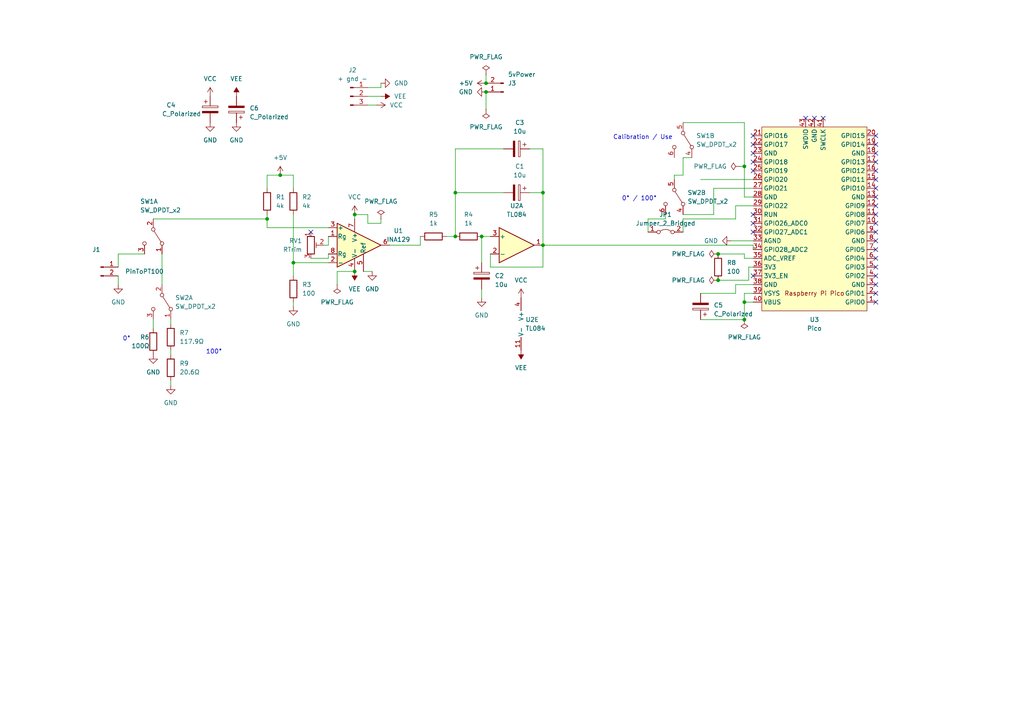
<source format=kicad_sch>
(kicad_sch (version 20230121) (generator eeschema)
  (paper "A4")
  (title_block (title "RTD Project") (date "2023-07-10") (rev "V1.0") (company "Diseño de sistemas eléctronicos ") (comment 1 "Guerrero Peña Juan Sebastian") (comment 2 "García Angarita Sebastián") (comment 3 "Valero García Laura Sofía") (comment 4 "Pineda Cardozo Juliana Lucía"))
  (lib_symbols
    (symbol "Amplifier_Instrumentation:INA129" (pin_names (offset 0.127))
      (property "Reference" "U" (at 3.81 3.175 0))
      (property "Value" "INA129" (at 3.81 -3.175 0))
      (symbol "INA129_0_1"
        (polyline (pts (xy 7.62 0) (xy -5.08 6.35) (xy -5.08 -6.35) (xy 7.62 0)) (stroke (width 0.254)) (fill (type background)))
      )
      (symbol "INA129_1_1"
        (pin passive line (at -7.62 2.54 0) (length 2.54) (name "Rg") (number "1"))
        (pin input line (at -7.62 -5.08 0) (length 2.54) (name "-") (number "2"))
        (pin input line (at -7.62 5.08 0) (length 2.54) (name "+") (number "3"))
        (pin power_in line (at 0 -7.62 90) (length 3.81) (name "V-") (number "4"))
        (pin input line (at 2.54 -7.62 90) (length 5.08) (name "Ref") (number "5"))
        (pin output line (at 10.16 0 180) (length 2.54) (name "~") (number "6"))
        (pin power_in line (at 0 7.62 270) (length 3.81) (name "V+") (number "7"))
        (pin passive line (at -7.62 -2.54 0) (length 2.54) (name "Rg") (number "8"))
      )
    )
    (symbol "Amplifier_Operational:TL084" (pin_names (offset 0.127))
      (property "Reference" "U" (at 0 5.08 0))
      (property "Value" "TL084" (at 0 -5.08 0))
      (symbol "TL084_1_1"
        (polyline (pts (xy -5.08 5.08) (xy 5.08 0) (xy -5.08 -5.08) (xy -5.08 5.08)) (stroke (width 0.254)) (fill (type background)))
        (pin output line (at 7.62 0 180) (length 2.54) (name "~") (number "1"))
        (pin input line (at -7.62 -2.54 0) (length 2.54) (name "-") (number "2"))
        (pin input line (at -7.62 2.54 0) (length 2.54) (name "+") (number "3"))
      )
      (symbol "TL084_2_1"
        (polyline (pts (xy -5.08 5.08) (xy 5.08 0) (xy -5.08 -5.08) (xy -5.08 5.08)) (stroke (width 0.254)) (fill (type background)))
        (pin input line (at -7.62 2.54 0) (length 2.54) (name "+") (number "5"))
        (pin input line (at -7.62 -2.54 0) (length 2.54) (name "-") (number "6"))
        (pin output line (at 7.62 0 180) (length 2.54) (name "~") (number "7"))
      )
      (symbol "TL084_3_1"
        (polyline (pts (xy -5.08 5.08) (xy 5.08 0) (xy -5.08 -5.08) (xy -5.08 5.08)) (stroke (width 0.254)) (fill (type background)))
        (pin input line (at -7.62 2.54 0) (length 2.54) (name "+") (number "10"))
        (pin output line (at 7.62 0 180) (length 2.54) (name "~") (number "8"))
        (pin input line (at -7.62 -2.54 0) (length 2.54) (name "-") (number "9"))
      )
      (symbol "TL084_4_1"
        (polyline (pts (xy -5.08 5.08) (xy 5.08 0) (xy -5.08 -5.08) (xy -5.08 5.08)) (stroke (width 0.254)) (fill (type background)))
        (pin input line (at -7.62 2.54 0) (length 2.54) (name "+") (number "12"))
        (pin input line (at -7.62 -2.54 0) (length 2.54) (name "-") (number "13"))
        (pin output line (at 7.62 0 180) (length 2.54) (name "~") (number "14"))
      )
      (symbol "TL084_5_1"
        (pin power_in line (at -2.54 -7.62 90) (length 3.81) (name "V-") (number "11"))
        (pin power_in line (at -2.54 7.62 270) (length 3.81) (name "V+") (number "4"))
      )
    )
    (symbol "Connector:Conn_01x02_Pin" (pin_names (offset 1.016) hide)
      (property "Reference" "J" (at 0 2.54 0))
      (property "Value" "Conn_01x02_Pin" (at 0 -5.08 0))
      (symbol "Conn_01x02_Pin_1_1"
        (polyline (pts (xy 1.27 -2.54) (xy 0.8636 -2.54)) (stroke (width 0.1524)))
        (polyline (pts (xy 1.27 0) (xy 0.8636 0)) (stroke (width 0.1524)))
        (rectangle (start 0.8636 -2.413) (end 0 -2.667) (stroke (width 0.1524)) (fill (type outline)))
        (rectangle (start 0.8636 0.127) (end 0 -0.127) (stroke (width 0.1524)) (fill (type outline)))
        (pin passive line (at 5.08 0 180) (length 3.81) (name "Pin_1") (number "1"))
        (pin passive line (at 5.08 -2.54 180) (length 3.81) (name "Pin_2") (number "2"))
      )
    )
    (symbol "Connector:Conn_01x03_Pin" (pin_names (offset 1.016) hide)
      (property "Reference" "J" (at 0 5.08 0))
      (property "Value" "Conn_01x03_Pin" (at 0 -5.08 0))
      (symbol "Conn_01x03_Pin_1_1"
        (polyline (pts (xy 1.27 -2.54) (xy 0.8636 -2.54)) (stroke (width 0.1524)))
        (polyline (pts (xy 1.27 0) (xy 0.8636 0)) (stroke (width 0.1524)))
        (polyline (pts (xy 1.27 2.54) (xy 0.8636 2.54)) (stroke (width 0.1524)))
        (rectangle (start 0.8636 -2.413) (end 0 -2.667) (stroke (width 0.1524)) (fill (type outline)))
        (rectangle (start 0.8636 0.127) (end 0 -0.127) (stroke (width 0.1524)) (fill (type outline)))
        (rectangle (start 0.8636 2.667) (end 0 2.413) (stroke (width 0.1524)) (fill (type outline)))
        (pin passive line (at 5.08 2.54 180) (length 3.81) (name "Pin_1") (number "1"))
        (pin passive line (at 5.08 0 180) (length 3.81) (name "Pin_2") (number "2"))
        (pin passive line (at 5.08 -2.54 180) (length 3.81) (name "Pin_3") (number "3"))
      )
    )
    (symbol "Device:C_Polarized" (pin_numbers hide) (pin_names (offset 0.254))
      (property "Reference" "C" (at 0.635 2.54 0))
      (property "Value" "C_Polarized" (at 0.635 -2.54 0))
      (symbol "C_Polarized_0_1"
        (rectangle (start -2.286 0.508) (end 2.286 1.016))
        (polyline (pts (xy -1.778 2.286) (xy -0.762 2.286)))
        (polyline (pts (xy -1.27 2.794) (xy -1.27 1.778)))
        (rectangle (start 2.286 -0.508) (end -2.286 -1.016) (fill (type outline)))
      )
      (symbol "C_Polarized_1_1"
        (pin passive line (at 0 3.81 270) (length 2.794) (name "~") (number "1"))
        (pin passive line (at 0 -3.81 90) (length 2.794) (name "~") (number "2"))
      )
    )
    (symbol "Device:R" (pin_numbers hide) (pin_names (offset 0))
      (property "Reference" "R" (at 2.032 0 90))
      (property "Value" "R" (at 0 0 90))
      (symbol "R_0_1"
        (rectangle (start -1.016 -2.54) (end 1.016 2.54) (stroke (width 0.254)))
      )
      (symbol "R_1_1"
        (pin passive line (at 0 3.81 270) (length 1.27) (name "~") (number "1"))
        (pin passive line (at 0 -3.81 90) (length 1.27) (name "~") (number "2"))
      )
    )
    (symbol "Device:R_Potentiometer_Trim" (pin_names (offset 1.016) hide)
      (property "Reference" "RV" (at -4.445 0 90))
      (property "Value" "R_Potentiometer_Trim" (at -2.54 0 90))
      (symbol "R_Potentiometer_Trim_0_1"
        (polyline (pts (xy 1.524 0.762) (xy 1.524 -0.762)))
        (polyline (pts (xy 2.54 0) (xy 1.524 0)))
        (rectangle (start 1.016 2.54) (end -1.016 -2.54) (stroke (width 0.254)))
      )
      (symbol "R_Potentiometer_Trim_1_1"
        (pin passive line (at 0 3.81 270) (length 1.27) (name "1") (number "1"))
        (pin passive line (at 3.81 0 180) (length 1.27) (name "2") (number "2"))
        (pin passive line (at 0 -3.81 90) (length 1.27) (name "3") (number "3"))
      )
    )
    (symbol "Jumper:Jumper_2_Bridged" (pin_names (offset 0) hide)
      (property "Reference" "JP" (at 0 1.905 0))
      (property "Value" "Jumper_2_Bridged" (at 0 -2.54 0))
      (symbol "Jumper_2_Bridged_0_0"
        (circle (center -2.032 0) (radius 0.508))
        (circle (center 2.032 0) (radius 0.508))
      )
      (symbol "Jumper_2_Bridged_0_1"
        (arc (start 1.524 0.254) (mid 0 0.762) (end -1.524 0.254))
      )
      (symbol "Jumper_2_Bridged_1_1"
        (pin passive line (at -5.08 0 0) (length 2.54) (name "A") (number "1"))
        (pin passive line (at 5.08 0 180) (length 2.54) (name "B") (number "2"))
      )
    )
    (symbol "MCU_RaspberryPi_and_Boards:Pico"
      (property "Reference" "U" (at -13.97 27.94 0))
      (property "Value" "Pico" (at 0 19.05 0))
      (symbol "Pico_0_0"
        (text "Raspberry Pi Pico" (at 0 21.59 0) (effects (font (size 1.27 1.27))))
      )
      (symbol "Pico_0_1"
        (rectangle (start -15.24 26.67) (end 15.24 -26.67) (fill (type background)))
      )
      (symbol "Pico_1_1"
        (pin bidirectional line (at -17.78 24.13 0) (length 2.54) (name "GPIO0") (number "1"))
        (pin bidirectional line (at -17.78 1.27 0) (length 2.54) (name "GPIO7") (number "10"))
        (pin bidirectional line (at -17.78 -1.27 0) (length 2.54) (name "GPIO8") (number "11"))
        (pin bidirectional line (at -17.78 -3.81 0) (length 2.54) (name "GPIO9") (number "12"))
        (pin power_in line (at -17.78 -6.35 0) (length 2.54) (name "GND") (number "13"))
        (pin bidirectional line (at -17.78 -8.89 0) (length 2.54) (name "GPIO10") (number "14"))
        (pin bidirectional line (at -17.78 -11.43 0) (length 2.54) (name "GPIO11") (number "15"))
        (pin bidirectional line (at -17.78 -13.97 0) (length 2.54) (name "GPIO12") (number "16"))
        (pin bidirectional line (at -17.78 -16.51 0) (length 2.54) (name "GPIO13") (number "17"))
        (pin power_in line (at -17.78 -19.05 0) (length 2.54) (name "GND") (number "18"))
        (pin bidirectional line (at -17.78 -21.59 0) (length 2.54) (name "GPIO14") (number "19"))
        (pin bidirectional line (at -17.78 21.59 0) (length 2.54) (name "GPIO1") (number "2"))
        (pin bidirectional line (at -17.78 -24.13 0) (length 2.54) (name "GPIO15") (number "20"))
        (pin bidirectional line (at 17.78 -24.13 180) (length 2.54) (name "GPIO16") (number "21"))
        (pin bidirectional line (at 17.78 -21.59 180) (length 2.54) (name "GPIO17") (number "22"))
        (pin power_in line (at 17.78 -19.05 180) (length 2.54) (name "GND") (number "23"))
        (pin bidirectional line (at 17.78 -16.51 180) (length 2.54) (name "GPIO18") (number "24"))
        (pin bidirectional line (at 17.78 -13.97 180) (length 2.54) (name "GPIO19") (number "25"))
        (pin bidirectional line (at 17.78 -11.43 180) (length 2.54) (name "GPIO20") (number "26"))
        (pin bidirectional line (at 17.78 -8.89 180) (length 2.54) (name "GPIO21") (number "27"))
        (pin power_in line (at 17.78 -6.35 180) (length 2.54) (name "GND") (number "28"))
        (pin bidirectional line (at 17.78 -3.81 180) (length 2.54) (name "GPIO22") (number "29"))
        (pin power_in line (at -17.78 19.05 0) (length 2.54) (name "GND") (number "3"))
        (pin input line (at 17.78 -1.27 180) (length 2.54) (name "RUN") (number "30"))
        (pin bidirectional line (at 17.78 1.27 180) (length 2.54) (name "GPIO26_ADC0") (number "31"))
        (pin bidirectional line (at 17.78 3.81 180) (length 2.54) (name "GPIO27_ADC1") (number "32"))
        (pin power_in line (at 17.78 6.35 180) (length 2.54) (name "AGND") (number "33"))
        (pin bidirectional line (at 17.78 8.89 180) (length 2.54) (name "GPIO28_ADC2") (number "34"))
        (pin power_in line (at 17.78 11.43 180) (length 2.54) (name "ADC_VREF") (number "35"))
        (pin power_in line (at 17.78 13.97 180) (length 2.54) (name "3V3") (number "36"))
        (pin input line (at 17.78 16.51 180) (length 2.54) (name "3V3_EN") (number "37"))
        (pin bidirectional line (at 17.78 19.05 180) (length 2.54) (name "GND") (number "38"))
        (pin power_in line (at 17.78 21.59 180) (length 2.54) (name "VSYS") (number "39"))
        (pin bidirectional line (at -17.78 16.51 0) (length 2.54) (name "GPIO2") (number "4"))
        (pin power_in line (at 17.78 24.13 180) (length 2.54) (name "VBUS") (number "40"))
        (pin input line (at -2.54 -29.21 90) (length 2.54) (name "SWCLK") (number "41"))
        (pin power_in line (at 0 -29.21 90) (length 2.54) (name "GND") (number "42"))
        (pin bidirectional line (at 2.54 -29.21 90) (length 2.54) (name "SWDIO") (number "43"))
        (pin bidirectional line (at -17.78 13.97 0) (length 2.54) (name "GPIO3") (number "5"))
        (pin bidirectional line (at -17.78 11.43 0) (length 2.54) (name "GPIO4") (number "6"))
        (pin bidirectional line (at -17.78 8.89 0) (length 2.54) (name "GPIO5") (number "7"))
        (pin power_in line (at -17.78 6.35 0) (length 2.54) (name "GND") (number "8"))
        (pin bidirectional line (at -17.78 3.81 0) (length 2.54) (name "GPIO6") (number "9"))
      )
    )
    (symbol "Switch:SW_DPDT_x2" (pin_names (offset 0) hide)
      (property "Reference" "SW" (at 0 4.318 0))
      (property "Value" "SW_DPDT_x2" (at 0 -5.08 0))
      (symbol "SW_DPDT_x2_0_0"
        (circle (center -2.032 0) (radius 0.508))
        (circle (center 2.032 -2.54) (radius 0.508))
      )
      (symbol "SW_DPDT_x2_0_1"
        (polyline (pts (xy -1.524 0.254) (xy 1.651 2.286)))
        (circle (center 2.032 2.54) (radius 0.508))
      )
      (symbol "SW_DPDT_x2_1_1"
        (pin passive line (at 5.08 2.54 180) (length 2.54) (name "A") (number "1"))
        (pin passive line (at -5.08 0 0) (length 2.54) (name "B") (number "2"))
        (pin passive line (at 5.08 -2.54 180) (length 2.54) (name "C") (number "3"))
      )
      (symbol "SW_DPDT_x2_2_1"
        (pin passive line (at 5.08 2.54 180) (length 2.54) (name "A") (number "4"))
        (pin passive line (at -5.08 0 0) (length 2.54) (name "B") (number "5"))
        (pin passive line (at 5.08 -2.54 180) (length 2.54) (name "C") (number "6"))
      )
    )
    (symbol "power:+5V" (power) (pin_names (offset 0))
      (property "Value" "+5V" (at 0 3.556 0))
      (symbol "+5V_0_1"
        (polyline (pts (xy -0.762 1.27) (xy 0 2.54)))
        (polyline (pts (xy 0 0) (xy 0 2.54)))
        (polyline (pts (xy 0 2.54) (xy 0.762 1.27)))
      )
      (symbol "+5V_1_1"
        (pin power_in line (at 0 0 90) (length 0) hide (name "+5V") (number "1"))
      )
    )
    (symbol "power:GND" (power) (pin_names (offset 0))
      (property "Value" "GND" (at 0 -3.81 0))
      (symbol "GND_0_1"
        (polyline (pts (xy 0 0) (xy 0 -1.27) (xy 1.27 -1.27) (xy 0 -2.54) (xy -1.27 -1.27) (xy 0 -1.27)))
      )
      (symbol "GND_1_1"
        (pin power_in line (at 0 0 270) (length 0) hide (name "GND") (number "1"))
      )
    )
    (symbol "power:PWR_FLAG" (power) (pin_numbers hide) (pin_names (offset 0) hide)
      (property "Value" "PWR_FLAG" (at 0 3.81 0))
      (symbol "PWR_FLAG_0_0"
        (pin power_out line (at 0 0 90) (length 0) (name "pwr") (number "1"))
      )
      (symbol "PWR_FLAG_0_1"
        (polyline (pts (xy 0 0) (xy 0 1.27) (xy -1.016 1.905) (xy 0 2.54) (xy 1.016 1.905) (xy 0 1.27)))
      )
    )
    (symbol "power:VCC" (power) (pin_names (offset 0))
      (property "Value" "VCC" (at 0 3.81 0))
      (symbol "VCC_0_1"
        (polyline (pts (xy -0.762 1.27) (xy 0 2.54)))
        (polyline (pts (xy 0 0) (xy 0 2.54)))
        (polyline (pts (xy 0 2.54) (xy 0.762 1.27)))
      )
      (symbol "VCC_1_1"
        (pin power_in line (at 0 0 90) (length 0) hide (name "VCC") (number "1"))
      )
    )
    (symbol "power:VEE" (power) (pin_names (offset 0))
      (property "Value" "VEE" (at 0 3.81 0))
      (symbol "VEE_0_1"
        (polyline (pts (xy 0 0) (xy 0 2.54)))
        (polyline (pts (xy 0.762 1.27) (xy -0.762 1.27) (xy 0 2.54) (xy 0.762 1.27)) (fill (type outline)))
      )
      (symbol "VEE_1_1"
        (pin power_in line (at 0 0 90) (length 0) hide (name "VEE") (number "1"))
      )
    )
  )
  (junction (at 132.08 68.58))
  (junction (at 140.97 26.67))
  (junction (at 157.48 55.88))
  (junction (at 81.28 50.8))
  (junction (at 215.9 48.26))
  (junction (at 140.97 24.13))
  (junction (at 102.87 78.74))
  (junction (at 215.9 92.71))
  (junction (at 208.28 81.28))
  (junction (at 215.9 87.63))
  (junction (at 132.08 55.88))
  (junction (at 208.28 73.66))
  (junction (at 139.7 68.58))
  (junction (at 102.87 62.23))
  (junction (at 85.09 76.2))
  (junction (at 157.48 71.12))
  (junction (at 77.47 63.5))
  (no_connect (at 254 64.77))
  (no_connect (at 254 67.31))
  (no_connect (at 254 41.91))
  (no_connect (at 254 57.15))
  (no_connect (at 218.44 46.99))
  (no_connect (at 218.44 62.23))
  (no_connect (at 254 87.63))
  (no_connect (at 254 62.23))
  (no_connect (at 254 85.09))
  (no_connect (at 254 59.69))
  (no_connect (at 254 46.99))
  (no_connect (at 254 54.61))
  (no_connect (at 236.22 34.29))
  (no_connect (at 233.68 34.29))
  (no_connect (at 90.17 67.31))
  (no_connect (at 218.44 41.91))
  (no_connect (at 218.44 49.53))
  (no_connect (at 254 52.07))
  (no_connect (at 254 74.93))
  (no_connect (at 254 77.47))
  (no_connect (at 254 82.55))
  (no_connect (at 218.44 80.01))
  (no_connect (at 218.44 39.37))
  (no_connect (at 218.44 64.77))
  (no_connect (at 254 39.37))
  (no_connect (at 218.44 67.31))
  (no_connect (at 254 69.85))
  (no_connect (at 254 49.53))
  (no_connect (at 254 80.01))
  (no_connect (at 238.76 34.29))
  (no_connect (at 254 44.45))
  (no_connect (at 218.44 44.45))
  (no_connect (at 254 72.39))
  (wire (pts (xy 105.41 78.74) (xy 107.95 78.74)))
  (wire (pts (xy 218.44 57.15) (xy 215.9 57.15)))
  (wire (pts (xy 217.17 77.47) (xy 218.44 77.47)))
  (wire (pts (xy 85.09 54.61) (xy 85.09 50.8)))
  (wire (pts (xy 139.7 68.58) (xy 139.7 76.2)))
  (wire (pts (xy 215.9 85.09) (xy 218.44 85.09)))
  (wire (pts (xy 157.48 71.12) (xy 157.48 77.47)))
  (wire (pts (xy 153.67 55.88) (xy 157.48 55.88)))
  (wire (pts (xy 195.58 52.07) (xy 195.58 50.8)))
  (wire (pts (xy 215.9 74.93) (xy 218.44 74.93)))
  (wire (pts (xy 97.79 82.55) (xy 97.79 78.74)))
  (wire (pts (xy 110.49 25.4) (xy 110.49 24.13)))
  (wire (pts (xy 77.47 54.61) (xy 77.47 50.8)))
  (wire (pts (xy 157.48 43.18) (xy 157.48 55.88)))
  (wire (pts (xy 110.49 64.77) (xy 106.68 64.77)))
  (wire (pts (xy 132.08 43.18) (xy 132.08 55.88)))
  (wire (pts (xy 157.48 71.12) (xy 157.48 55.88)))
  (wire (pts (xy 110.49 64.77) (xy 110.49 63.5)))
  (wire (pts (xy 213.36 85.09) (xy 213.36 82.55)))
  (wire (pts (xy 95.25 74.93) (xy 95.25 73.66)))
  (wire (pts (xy 95.25 71.12) (xy 95.25 68.58)))
  (wire (pts (xy 106.68 62.23) (xy 102.87 62.23)))
  (wire (pts (xy 49.53 101.6) (xy 49.53 102.87)))
  (wire (pts (xy 140.97 26.67) (xy 140.97 31.75)))
  (wire (pts (xy 215.9 87.63) (xy 215.9 92.71)))
  (wire (pts (xy 195.58 50.8) (xy 198.12 50.8)))
  (wire (pts (xy 44.45 92.71) (xy 44.45 95.25)))
  (wire (pts (xy 198.12 62.23) (xy 207.01 62.23)))
  (wire (pts (xy 49.53 110.49) (xy 49.53 111.76)))
  (wire (pts (xy 193.04 63.5) (xy 187.96 63.5)))
  (wire (pts (xy 203.2 52.07) (xy 218.44 52.07)))
  (wire (pts (xy 198.12 67.31) (xy 198.12 63.5)))
  (wire (pts (xy 85.09 50.8) (xy 81.28 50.8)))
  (wire (pts (xy 34.29 73.66) (xy 41.91 73.66)))
  (wire (pts (xy 193.04 62.23) (xy 193.04 63.5)))
  (wire (pts (xy 215.9 35.56) (xy 198.12 35.56)))
  (wire (pts (xy 212.09 69.85) (xy 218.44 69.85)))
  (wire (pts (xy 85.09 76.2) (xy 85.09 80.01)))
  (wire (pts (xy 34.29 80.01) (xy 34.29 82.55)))
  (wire (pts (xy 106.68 27.94) (xy 110.49 27.94)))
  (wire (pts (xy 77.47 50.8) (xy 81.28 50.8)))
  (wire (pts (xy 187.96 63.5) (xy 187.96 67.31)))
  (wire (pts (xy 198.12 63.5) (xy 213.36 63.5)))
  (wire (pts (xy 46.99 73.66) (xy 46.99 82.55)))
  (wire (pts (xy 203.2 92.71) (xy 215.9 92.71)))
  (wire (pts (xy 198.12 50.8) (xy 198.12 45.72)))
  (wire (pts (xy 132.08 55.88) (xy 146.05 55.88)))
  (wire (pts (xy 215.9 87.63) (xy 218.44 87.63)))
  (wire (pts (xy 142.24 77.47) (xy 157.48 77.47)))
  (wire (pts (xy 207.01 54.61) (xy 218.44 54.61)))
  (wire (pts (xy 217.17 81.28) (xy 217.17 77.47)))
  (wire (pts (xy 106.68 64.77) (xy 106.68 62.23)))
  (wire (pts (xy 44.45 63.5) (xy 77.47 63.5)))
  (wire (pts (xy 214.63 48.26) (xy 215.9 48.26)))
  (wire (pts (xy 208.28 81.28) (xy 217.17 81.28)))
  (wire (pts (xy 146.05 43.18) (xy 132.08 43.18)))
  (wire (pts (xy 77.47 63.5) (xy 77.47 66.04)))
  (wire (pts (xy 218.44 71.12) (xy 218.44 72.39)))
  (wire (pts (xy 215.9 57.15) (xy 215.9 48.26)))
  (wire (pts (xy 208.28 73.66) (xy 215.9 73.66)))
  (wire (pts (xy 139.7 83.82) (xy 139.7 86.36)))
  (wire (pts (xy 132.08 55.88) (xy 132.08 68.58)))
  (wire (pts (xy 153.67 43.18) (xy 157.48 43.18)))
  (wire (pts (xy 106.68 25.4) (xy 110.49 25.4)))
  (wire (pts (xy 215.9 48.26) (xy 215.9 35.56)))
  (wire (pts (xy 213.36 82.55) (xy 218.44 82.55)))
  (wire (pts (xy 113.03 71.12) (xy 121.92 71.12)))
  (wire (pts (xy 97.79 78.74) (xy 102.87 78.74)))
  (wire (pts (xy 198.12 45.72) (xy 200.66 45.72)))
  (wire (pts (xy 85.09 87.63) (xy 85.09 88.9)))
  (wire (pts (xy 142.24 73.66) (xy 142.24 77.47)))
  (wire (pts (xy 157.48 71.12) (xy 218.44 71.12)))
  (wire (pts (xy 93.98 71.12) (xy 95.25 71.12)))
  (wire (pts (xy 121.92 71.12) (xy 121.92 68.58)))
  (wire (pts (xy 213.36 59.69) (xy 218.44 59.69)))
  (wire (pts (xy 215.9 85.09) (xy 215.9 87.63)))
  (wire (pts (xy 215.9 73.66) (xy 215.9 74.93)))
  (wire (pts (xy 207.01 62.23) (xy 207.01 54.61)))
  (wire (pts (xy 129.54 68.58) (xy 132.08 68.58)))
  (wire (pts (xy 85.09 62.23) (xy 85.09 76.2)))
  (wire (pts (xy 213.36 63.5) (xy 213.36 59.69)))
  (wire (pts (xy 139.7 68.58) (xy 142.24 68.58)))
  (wire (pts (xy 49.53 92.71) (xy 49.53 93.98)))
  (wire (pts (xy 95.25 66.04) (xy 77.47 66.04)))
  (wire (pts (xy 203.2 85.09) (xy 213.36 85.09)))
  (wire (pts (xy 85.09 76.2) (xy 95.25 76.2)))
  (wire (pts (xy 90.17 74.93) (xy 95.25 74.93)))
  (wire (pts (xy 77.47 62.23) (xy 77.47 63.5)))
  (wire (pts (xy 102.87 62.23) (xy 102.87 63.5)))
  (wire (pts (xy 140.97 21.59) (xy 140.97 24.13)))
  (wire (pts (xy 34.29 73.66) (xy 34.29 77.47)))
  (wire (pts (xy 106.68 30.48) (xy 109.22 30.48)))
  (text "0° / 100°" (at 180.34 58.42 0) (effects (font (size 1.27 1.27)) (justify left bottom)))
  (text "100°\n" (at 59.69 102.87 0) (effects (font (size 1.27 1.27)) (justify left bottom)))
  (text "0°" (at 35.56 99.06 0) (effects (font (size 1.27 1.27)) (justify left bottom)))
  (text "Calibration / Use" (at 177.8 40.64 0) (effects (font (size 1.27 1.27)) (justify left bottom)))
  (symbol (lib_id "power:GND") (at 68.58 35.56 0) (unit 1)
    (property "Reference" "#PWR016" (effects hide))
    (property "Value" "GND" (at 68.58 40.64 0))
  )
  (symbol (lib_id "power:GND") (at 139.7 86.36 0) (unit 1)
    (property "Reference" "#PWR01" (effects hide))
    (property "Value" "GND" (at 139.7 91.44 0))
  )
  (symbol (lib_id "Device:C_Polarized") (at 149.86 43.18 270) (unit 1)
    (property "Reference" "C3" (at 150.749 35.56 90))
    (property "Value" "10u" (at 150.749 38.1 90))
    (property "Footprint" "Capacitor_THT:CP_Radial_D5.0mm_P2.50mm" (effects hide))
  )
  (symbol (lib_id "power:GND") (at 85.09 88.9 0) (unit 1)
    (property "Reference" "#PWR08" (effects hide))
    (property "Value" "GND" (at 85.09 93.98 0))
  )
  (symbol (lib_id "Device:R") (at 44.45 99.06 0) (unit 1)
    (property "Reference" "R6" (at 40.64 97.79 0) (effects (justify left)))
    (property "Value" "100Ω" (at 38.1 100.33 0) (effects (justify left)))
    (property "Footprint" "Resistor_THT:R_Axial_DIN0411_L9.9mm_D3.6mm_P12.70mm_Horizontal" (effects hide))
  )
  (symbol (lib_id "power:GND") (at 110.49 24.13 90) (unit 1)
    (property "Reference" "#PWR018" (effects hide))
    (property "Value" "GND" (at 114.3 24.13 90) (effects (justify right)))
  )
  (symbol (lib_id "Connector:Conn_01x02_Pin") (at 29.21 77.47 0) (unit 1)
    (property "Reference" "J1" (at 27.94 72.39 0))
    (property "Value" "PinToPT100" (at 41.91 78.74 0))
    (property "Footprint" "MyLibrary:TerminalBlock_bornier-2_P5.08mm" (effects hide))
  )
  (symbol (lib_id "Amplifier_Instrumentation:INA129") (at 102.87 71.12 0) (unit 1)
    (property "Reference" "U1" (at 115.57 66.9291 0))
    (property "Value" "INA129" (at 115.57 69.4691 0))
    (property "Footprint" "INA128P:DIP254P762X508-8" (effects hide))
    (property "Datasheet" "http://www.ti.com/lit/ds/symlink/ina128.pdf" (effects hide))
  )
  (symbol (lib_id "Amplifier_Operational:TL084") (at 149.86 71.12 0) (unit 1)
    (property "Reference" "U2" (at 149.86 59.69 0))
    (property "Value" "TL084" (at 149.86 62.23 0))
    (property "Footprint" "TL084IN:DIP794W45P254L1969H508Q14" (effects hide))
    (property "Datasheet" "http://www.ti.com/lit/ds/symlink/tl081.pdf" (effects hide))
  )
  (symbol (lib_id "power:GND") (at 60.96 35.56 0) (unit 1)
    (property "Reference" "#PWR017" (effects hide))
    (property "Value" "GND" (at 60.96 40.64 0))
  )
  (symbol (lib_id "power:GND") (at 212.09 69.85 270) (unit 1)
    (property "Reference" "#PWR014" (effects hide))
    (property "Value" "GND" (at 208.28 69.85 90) (effects (justify right)))
  )
  (symbol (lib_id "power:PWR_FLAG") (at 140.97 31.75 180) (unit 1)
    (property "Reference" "#FLG06" (effects hide))
    (property "Value" "PWR_FLAG" (at 140.97 36.83 0))
  )
  (symbol (lib_id "Switch:SW_DPDT_x2") (at 198.12 40.64 270) (unit 2)
    (property "Reference" "SW1" (at 201.93 39.37 90) (effects (justify left)))
    (property "Value" "SW_DPDT_x2" (at 201.93 41.91 90) (effects (justify left)))
    (property "Footprint" "MyLibrary:DIP-Switch-2P2T" (effects hide))
  )
  (symbol (lib_id "power:VEE") (at 68.58 27.94 0) (unit 1)
    (property "Reference" "#PWR015" (effects hide))
    (property "Value" "VEE" (at 68.58 22.86 0))
  )
  (symbol (lib_id "power:+5V") (at 140.97 24.13 90) (unit 1)
    (property "Reference" "#PWR020" (effects hide))
    (property "Value" "+5V" (at 137.16 24.13 90) (effects (justify left)))
  )
  (symbol (lib_id "Switch:SW_DPDT_x2") (at 44.45 68.58 270) (unit 1)
    (property "Reference" "SW1" (at 40.64 58.42 90) (effects (justify left)))
    (property "Value" "SW_DPDT_x2" (at 40.64 60.96 90) (effects (justify left)))
    (property "Footprint" "MyLibrary:DIP-Switch-2P2T" (effects hide))
  )
  (symbol (lib_id "Switch:SW_DPDT_x2") (at 46.99 87.63 270) (unit 1)
    (property "Reference" "SW2" (at 50.8 86.36 90) (effects (justify left)))
    (property "Value" "SW_DPDT_x2" (at 50.8 88.9 90) (effects (justify left)))
    (property "Footprint" "MyLibrary:DIP-Switch-2P2T" (effects hide))
  )
  (symbol (lib_id "Device:R") (at 135.89 68.58 90) (unit 1)
    (property "Reference" "R4" (at 135.89 62.23 90))
    (property "Value" "1k" (at 135.89 64.77 90))
    (property "Footprint" "Resistor_THT:R_Axial_DIN0411_L9.9mm_D3.6mm_P12.70mm_Horizontal" (effects hide))
  )
  (symbol (lib_id "power:PWR_FLAG") (at 140.97 21.59 0) (unit 1)
    (property "Reference" "#FLG01" (effects hide))
    (property "Value" "PWR_FLAG" (at 140.97 16.51 0))
  )
  (symbol (lib_id "power:PWR_FLAG") (at 97.79 82.55 180) (unit 1)
    (property "Reference" "#FLG03" (effects hide))
    (property "Value" "PWR_FLAG" (at 97.79 87.63 0))
  )
  (symbol (lib_id "Jumper:Jumper_2_Bridged") (at 193.04 67.31 0) (unit 1)
    (property "Reference" "JP1" (at 193.04 62.23 0))
    (property "Value" "Jumper_2_Bridged" (at 193.04 64.77 0))
    (property "Footprint" "MyLibrary:jumper-wire_8mm" (effects hide))
  )
  (symbol (lib_id "Device:R") (at 85.09 58.42 0) (unit 1)
    (property "Reference" "R2" (at 87.63 57.15 0) (effects (justify left)))
    (property "Value" "4k" (at 87.63 59.69 0) (effects (justify left)))
    (property "Footprint" "Resistor_THT:R_Axial_DIN0411_L9.9mm_D3.6mm_P12.70mm_Horizontal" (effects hide))
  )
  (symbol (lib_id "power:VEE") (at 151.13 101.6 180) (unit 1)
    (property "Reference" "#PWR03" (effects hide))
    (property "Value" "VEE" (at 151.13 106.68 0))
  )
  (symbol (lib_id "power:GND") (at 34.29 82.55 0) (unit 1)
    (property "Reference" "#PWR09" (effects hide))
    (property "Value" "GND" (at 34.29 87.63 0))
  )
  (symbol (lib_id "Connector:Conn_01x03_Pin") (at 101.6 27.94 0) (unit 1)
    (property "Reference" "J2" (at 102.235 20.32 0))
    (property "Value" "+ gnd -" (at 102.235 22.86 0))
    (property "Footprint" "TerminalBlock:TerminalBlock_bornier-3_P5.08mm" (effects hide))
  )
  (symbol (lib_id "power:PWR_FLAG") (at 214.63 48.26 90) (unit 1)
    (property "Reference" "#FLG05" (effects hide))
    (property "Value" "PWR_FLAG" (at 210.82 48.26 90) (effects (justify left)))
  )
  (symbol (lib_id "power:+5V") (at 81.28 50.8 0) (unit 1)
    (property "Reference" "#PWR07" (effects hide))
    (property "Value" "+5V" (at 81.28 45.72 0))
  )
  (symbol (lib_id "power:GND") (at 44.45 102.87 0) (unit 1)
    (property "Reference" "#PWR010" (effects hide))
    (property "Value" "GND" (at 44.45 107.95 0))
  )
  (symbol (lib_id "power:VCC") (at 60.96 27.94 0) (unit 1)
    (property "Reference" "#PWR012" (effects hide))
    (property "Value" "VCC" (at 60.96 22.86 0))
  )
  (symbol (lib_id "Connector:Conn_01x02_Pin") (at 146.05 26.67 180) (unit 1)
    (property "Reference" "J3" (at 147.32 24.13 0) (effects (justify right)))
    (property "Value" "5vPower" (at 147.32 21.59 0) (effects (justify right)))
    (property "Footprint" "MyLibrary:TerminalBlock_bornier-2_P5.08mm" (effects hide))
  )
  (symbol (lib_id "Device:R_Potentiometer_Trim") (at 90.17 71.12 0) (unit 1)
    (property "Reference" "RV1" (at 87.63 69.85 0) (effects (justify right)))
    (property "Value" "RTrim" (at 87.63 72.39 0) (effects (justify right)))
    (property "Footprint" "Potentiometer_THT:Potentiometer_Bourns_3386C_Horizontal" (effects hide))
  )
  (symbol (lib_id "power:GND") (at 140.97 26.67 270) (unit 1)
    (property "Reference" "#PWR021" (effects hide))
    (property "Value" "GND" (at 137.16 26.67 90) (effects (justify right)))
  )
  (symbol (lib_id "Device:R") (at 77.47 58.42 0) (unit 1)
    (property "Reference" "R1" (at 80.01 57.15 0) (effects (justify left)))
    (property "Value" "4k" (at 80.01 59.69 0) (effects (justify left)))
    (property "Footprint" "Resistor_THT:R_Axial_DIN0411_L9.9mm_D3.6mm_P12.70mm_Horizontal" (effects hide))
  )
  (symbol (lib_id "Device:R") (at 208.28 77.47 0) (unit 1)
    (property "Reference" "R8" (at 210.82 76.2 0) (effects (justify left)))
    (property "Value" "100" (at 210.82 78.74 0) (effects (justify left)))
    (property "Footprint" "Resistor_THT:R_Axial_DIN0309_L9.0mm_D3.2mm_P2.54mm_Vertical" (effects hide))
  )
  (symbol (lib_id "power:PWR_FLAG") (at 208.28 73.66 90) (unit 1)
    (property "Reference" "#FLG07" (effects hide))
    (property "Value" "PWR_FLAG" (at 204.47 73.66 90) (effects (justify left)))
  )
  (symbol (lib_id "Device:C_Polarized") (at 139.7 80.01 0) (unit 1)
    (property "Reference" "C2" (at 143.51 80.01 0) (effects (justify left)))
    (property "Value" "10u" (at 143.51 82.55 0) (effects (justify left)))
    (property "Footprint" "Capacitor_THT:CP_Radial_D5.0mm_P2.50mm" (effects hide))
  )
  (symbol (lib_id "Device:C_Polarized") (at 60.96 31.75 0) (unit 1)
    (property "Reference" "C4" (at 48.26 30.48 0) (effects (justify left)))
    (property "Value" "C_Polarized" (at 46.99 33.02 0) (effects (justify left)))
    (property "Footprint" "Capacitor_THT:CP_Radial_D5.0mm_P2.50mm" (effects hide))
  )
  (symbol (lib_id "Device:R") (at 85.09 83.82 0) (unit 1)
    (property "Reference" "R3" (at 87.63 82.55 0) (effects (justify left)))
    (property "Value" "100" (at 87.63 85.09 0) (effects (justify left)))
    (property "Footprint" "Resistor_THT:R_Axial_DIN0411_L9.9mm_D3.6mm_P12.70mm_Horizontal" (effects hide))
  )
  (symbol (lib_id "power:GND") (at 107.95 78.74 0) (unit 1)
    (property "Reference" "#PWR06" (effects hide))
    (property "Value" "GND" (at 107.95 83.82 0))
  )
  (symbol (lib_id "power:VCC") (at 102.87 62.23 0) (unit 1)
    (property "Reference" "#PWR04" (effects hide))
    (property "Value" "VCC" (at 102.87 57.15 0))
  )
  (symbol (lib_id "MCU_RaspberryPi_and_Boards:Pico") (at 236.22 63.5 180) (unit 1)
    (property "Reference" "U3" (at 236.22 92.71 0))
    (property "Value" "Pico" (at 236.22 95.25 0))
    (property "Footprint" "MCU_RaspberryPi_and_Boards:RPi_Pico_SMD_TH" (effects hide))
  )
  (symbol (lib_id "Switch:SW_DPDT_x2") (at 195.58 57.15 270) (unit 2)
    (property "Reference" "SW2" (at 199.39 55.88 90) (effects (justify left)))
    (property "Value" "SW_DPDT_x2" (at 199.39 58.42 90) (effects (justify left)))
    (property "Footprint" "MyLibrary:DIP-Switch-2P2T" (effects hide))
  )
  (symbol (lib_id "Device:R") (at 49.53 106.68 0) (unit 1)
    (property "Reference" "R9" (at 52.07 105.41 0) (effects (justify left)))
    (property "Value" "20.6Ω" (at 52.07 107.95 0) (effects (justify left)))
    (property "Footprint" "Resistor_THT:R_Axial_DIN0411_L9.9mm_D3.6mm_P12.70mm_Horizontal" (effects hide))
  )
  (symbol (lib_id "power:VEE") (at 110.49 27.94 270) (unit 1)
    (property "Reference" "#PWR019" (effects hide))
    (property "Value" "VEE" (at 114.3 27.94 90) (effects (justify left)))
  )
  (symbol (lib_id "Device:R") (at 125.73 68.58 90) (unit 1)
    (property "Reference" "R5" (at 125.73 62.23 90))
    (property "Value" "1k" (at 125.73 64.77 90))
    (property "Footprint" "Resistor_THT:R_Axial_DIN0411_L9.9mm_D3.6mm_P12.70mm_Horizontal" (effects hide))
  )
  (symbol (lib_id "power:VCC") (at 151.13 86.36 0) (unit 1)
    (property "Reference" "#PWR02" (effects hide))
    (property "Value" "VCC" (at 151.13 81.28 0))
  )
  (symbol (lib_id "power:PWR_FLAG") (at 208.28 81.28 90) (unit 1)
    (property "Reference" "#FLG08" (effects hide))
    (property "Value" "PWR_FLAG" (at 204.47 81.28 90) (effects (justify left)))
  )
  (symbol (lib_id "power:GND") (at 49.53 111.76 0) (unit 1)
    (property "Reference" "#PWR011" (effects hide))
    (property "Value" "GND" (at 49.53 116.84 0))
  )
  (symbol (lib_id "power:VCC") (at 109.22 30.48 270) (unit 1)
    (property "Reference" "#PWR013" (effects hide))
    (property "Value" "VCC" (at 113.03 30.48 90) (effects (justify left)))
  )
  (symbol (lib_id "power:PWR_FLAG") (at 215.9 92.71 180) (unit 1)
    (property "Reference" "#FLG04" (effects hide))
    (property "Value" "PWR_FLAG" (at 215.9 97.79 0))
  )
  (symbol (lib_id "Device:R") (at 49.53 97.79 0) (unit 1)
    (property "Reference" "R7" (at 52.07 96.52 0) (effects (justify left)))
    (property "Value" "117.9Ω" (at 52.07 99.06 0) (effects (justify left)))
    (property "Footprint" "Resistor_THT:R_Axial_DIN0411_L9.9mm_D3.6mm_P12.70mm_Horizontal" (effects hide))
  )
  (symbol (lib_id "Device:C_Polarized") (at 68.58 31.75 180) (unit 1)
    (property "Reference" "C6" (at 72.39 31.369 0) (effects (justify right)))
    (property "Value" "C_Polarized" (at 72.39 33.909 0) (effects (justify right)))
    (property "Footprint" "Capacitor_THT:CP_Radial_D5.0mm_P2.50mm" (effects hide))
  )
  (symbol (lib_id "power:PWR_FLAG") (at 110.49 63.5 0) (unit 1)
    (property "Reference" "#FLG02" (effects hide))
    (property "Value" "PWR_FLAG" (at 110.49 58.42 0))
  )
  (symbol (lib_id "Device:C_Polarized") (at 203.2 88.9 180) (unit 1)
    (property "Reference" "C5" (at 207.01 88.519 0) (effects (justify right)))
    (property "Value" "C_Polarized" (at 207.01 91.059 0) (effects (justify right)))
    (property "Footprint" "Capacitor_THT:CP_Radial_D5.0mm_P2.50mm" (effects hide))
  )
  (symbol (lib_id "power:VEE") (at 102.87 78.74 180) (unit 1)
    (property "Reference" "#PWR05" (effects hide))
    (property "Value" "VEE" (at 102.87 83.82 0))
  )
  (symbol (lib_id "Device:C_Polarized") (at 149.86 55.88 270) (unit 1)
    (property "Reference" "C1" (at 150.749 48.26 90))
    (property "Value" "10u" (at 150.749 50.8 90))
    (property "Footprint" "Capacitor_THT:CP_Radial_D5.0mm_P2.50mm" (effects hide))
  )
  (symbol (lib_id "Amplifier_Operational:TL084") (at 153.67 93.98 0) (unit 5)
    (property "Reference" "U2" (at 152.4 92.71 0) (effects (justify left)))
    (property "Value" "TL084" (at 152.4 95.25 0) (effects (justify left)))
    (property "Footprint" "TL084IN:DIP794W45P254L1969H508Q14" (effects hide))
    (property "Datasheet" "http://www.ti.com/lit/ds/symlink/tl081.pdf" (effects hide))
  )
)
</source>
